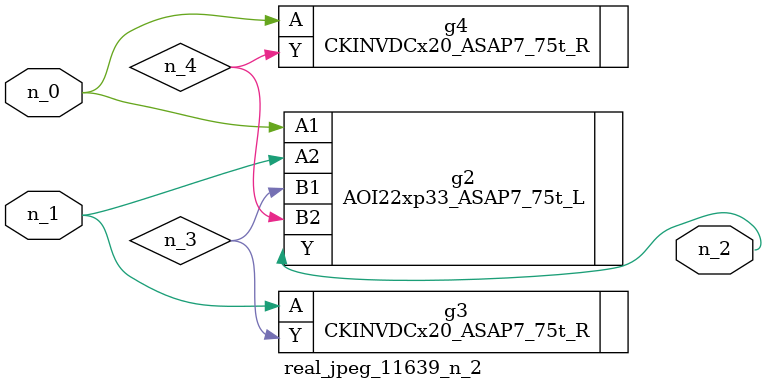
<source format=v>
module real_jpeg_11639_n_2 (n_1, n_0, n_2);

input n_1;
input n_0;

output n_2;

wire n_4;
wire n_3;

AOI22xp33_ASAP7_75t_L g2 ( 
.A1(n_0),
.A2(n_1),
.B1(n_3),
.B2(n_4),
.Y(n_2)
);

CKINVDCx20_ASAP7_75t_R g4 ( 
.A(n_0),
.Y(n_4)
);

CKINVDCx20_ASAP7_75t_R g3 ( 
.A(n_1),
.Y(n_3)
);


endmodule
</source>
